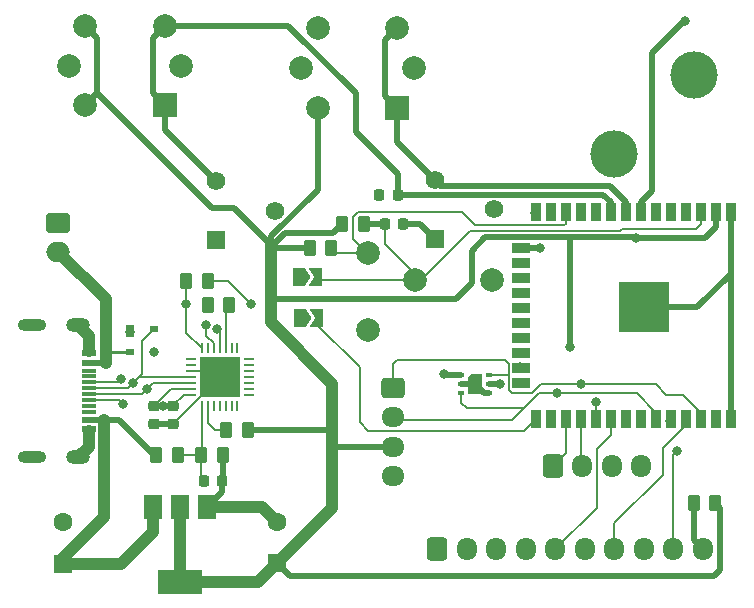
<source format=gbr>
%TF.GenerationSoftware,KiCad,Pcbnew,7.0.10-7.0.10~ubuntu22.04.1*%
%TF.CreationDate,2024-01-09T15:42:02+03:00*%
%TF.ProjectId,air-detector,6169722d-6465-4746-9563-746f722e6b69,rev?*%
%TF.SameCoordinates,Original*%
%TF.FileFunction,Copper,L1,Top*%
%TF.FilePolarity,Positive*%
%FSLAX46Y46*%
G04 Gerber Fmt 4.6, Leading zero omitted, Abs format (unit mm)*
G04 Created by KiCad (PCBNEW 7.0.10-7.0.10~ubuntu22.04.1) date 2024-01-09 15:42:02*
%MOMM*%
%LPD*%
G01*
G04 APERTURE LIST*
G04 Aperture macros list*
%AMRoundRect*
0 Rectangle with rounded corners*
0 $1 Rounding radius*
0 $2 $3 $4 $5 $6 $7 $8 $9 X,Y pos of 4 corners*
0 Add a 4 corners polygon primitive as box body*
4,1,4,$2,$3,$4,$5,$6,$7,$8,$9,$2,$3,0*
0 Add four circle primitives for the rounded corners*
1,1,$1+$1,$2,$3*
1,1,$1+$1,$4,$5*
1,1,$1+$1,$6,$7*
1,1,$1+$1,$8,$9*
0 Add four rect primitives between the rounded corners*
20,1,$1+$1,$2,$3,$4,$5,0*
20,1,$1+$1,$4,$5,$6,$7,0*
20,1,$1+$1,$6,$7,$8,$9,0*
20,1,$1+$1,$8,$9,$2,$3,0*%
%AMFreePoly0*
4,1,6,1.000000,0.000000,0.500000,-0.750000,-0.500000,-0.750000,-0.500000,0.750000,0.500000,0.750000,1.000000,0.000000,1.000000,0.000000,$1*%
%AMFreePoly1*
4,1,6,0.500000,-0.750000,-0.650000,-0.750000,-0.150000,0.000000,-0.650000,0.750000,0.500000,0.750000,0.500000,-0.750000,0.500000,-0.750000,$1*%
%AMFreePoly2*
4,1,15,-0.324998,0.855000,0.625000,0.855000,0.628536,0.853536,0.630000,0.850000,0.630000,-0.850000,0.628536,-0.853536,0.625000,-0.855000,-0.625000,-0.855000,-0.628536,-0.853536,-0.630000,-0.850000,-0.630001,0.550000,-0.628536,0.553536,-0.328536,0.853536,-0.325000,0.855001,-0.324998,0.855000,-0.324998,0.855000,$1*%
G04 Aperture macros list end*
%TA.AperFunction,ComponentPad*%
%ADD10C,4.000000*%
%TD*%
%TA.AperFunction,SMDPad,CuDef*%
%ADD11RoundRect,0.250000X-0.262500X-0.450000X0.262500X-0.450000X0.262500X0.450000X-0.262500X0.450000X0*%
%TD*%
%TA.AperFunction,ComponentPad*%
%ADD12R,1.560000X1.560000*%
%TD*%
%TA.AperFunction,ComponentPad*%
%ADD13C,1.560000*%
%TD*%
%TA.AperFunction,SMDPad,CuDef*%
%ADD14RoundRect,0.062500X-0.337500X-0.062500X0.337500X-0.062500X0.337500X0.062500X-0.337500X0.062500X0*%
%TD*%
%TA.AperFunction,SMDPad,CuDef*%
%ADD15RoundRect,0.062500X-0.062500X-0.337500X0.062500X-0.337500X0.062500X0.337500X-0.062500X0.337500X0*%
%TD*%
%TA.AperFunction,SMDPad,CuDef*%
%ADD16R,3.350000X3.350000*%
%TD*%
%TA.AperFunction,ComponentPad*%
%ADD17RoundRect,0.250000X-0.600000X-0.725000X0.600000X-0.725000X0.600000X0.725000X-0.600000X0.725000X0*%
%TD*%
%TA.AperFunction,ComponentPad*%
%ADD18O,1.700000X1.950000*%
%TD*%
%TA.AperFunction,ComponentPad*%
%ADD19C,2.000000*%
%TD*%
%TA.AperFunction,SMDPad,CuDef*%
%ADD20RoundRect,0.225000X-0.225000X-0.250000X0.225000X-0.250000X0.225000X0.250000X-0.225000X0.250000X0*%
%TD*%
%TA.AperFunction,ComponentPad*%
%ADD21R,2.000000X2.000000*%
%TD*%
%TA.AperFunction,SMDPad,CuDef*%
%ADD22R,1.160000X0.600000*%
%TD*%
%TA.AperFunction,SMDPad,CuDef*%
%ADD23R,1.160000X0.300000*%
%TD*%
%TA.AperFunction,ComponentPad*%
%ADD24O,2.000000X1.200000*%
%TD*%
%TA.AperFunction,ComponentPad*%
%ADD25O,2.400000X1.000000*%
%TD*%
%TA.AperFunction,SMDPad,CuDef*%
%ADD26FreePoly0,0.000000*%
%TD*%
%TA.AperFunction,SMDPad,CuDef*%
%ADD27FreePoly1,0.000000*%
%TD*%
%TA.AperFunction,SMDPad,CuDef*%
%ADD28R,0.900000X1.500000*%
%TD*%
%TA.AperFunction,SMDPad,CuDef*%
%ADD29R,1.500000X0.900000*%
%TD*%
%TA.AperFunction,SMDPad,CuDef*%
%ADD30R,1.050000X1.050000*%
%TD*%
%TA.AperFunction,HeatsinkPad*%
%ADD31C,0.600000*%
%TD*%
%TA.AperFunction,SMDPad,CuDef*%
%ADD32R,4.200000X4.200000*%
%TD*%
%TA.AperFunction,SMDPad,CuDef*%
%ADD33RoundRect,0.225000X-0.250000X0.225000X-0.250000X-0.225000X0.250000X-0.225000X0.250000X0.225000X0*%
%TD*%
%TA.AperFunction,SMDPad,CuDef*%
%ADD34R,0.550000X0.400000*%
%TD*%
%TA.AperFunction,SMDPad,CuDef*%
%ADD35FreePoly2,0.000000*%
%TD*%
%TA.AperFunction,ComponentPad*%
%ADD36RoundRect,0.250000X-0.725000X0.600000X-0.725000X-0.600000X0.725000X-0.600000X0.725000X0.600000X0*%
%TD*%
%TA.AperFunction,ComponentPad*%
%ADD37O,1.950000X1.700000*%
%TD*%
%TA.AperFunction,ComponentPad*%
%ADD38RoundRect,0.250000X-0.750000X0.600000X-0.750000X-0.600000X0.750000X-0.600000X0.750000X0.600000X0*%
%TD*%
%TA.AperFunction,ComponentPad*%
%ADD39O,2.000000X1.700000*%
%TD*%
%TA.AperFunction,ComponentPad*%
%ADD40R,1.600000X1.600000*%
%TD*%
%TA.AperFunction,ComponentPad*%
%ADD41C,1.600000*%
%TD*%
%TA.AperFunction,SMDPad,CuDef*%
%ADD42R,1.500000X2.000000*%
%TD*%
%TA.AperFunction,SMDPad,CuDef*%
%ADD43R,3.800000X2.000000*%
%TD*%
%TA.AperFunction,SMDPad,CuDef*%
%ADD44R,0.700000X1.000000*%
%TD*%
%TA.AperFunction,SMDPad,CuDef*%
%ADD45R,0.700000X0.600000*%
%TD*%
%TA.AperFunction,SMDPad,CuDef*%
%ADD46RoundRect,0.250000X0.262500X0.450000X-0.262500X0.450000X-0.262500X-0.450000X0.262500X-0.450000X0*%
%TD*%
%TA.AperFunction,ViaPad*%
%ADD47C,0.800000*%
%TD*%
%TA.AperFunction,Conductor*%
%ADD48C,0.500000*%
%TD*%
%TA.AperFunction,Conductor*%
%ADD49C,0.200000*%
%TD*%
%TA.AperFunction,Conductor*%
%ADD50C,1.000000*%
%TD*%
%TA.AperFunction,Conductor*%
%ADD51C,0.250000*%
%TD*%
G04 APERTURE END LIST*
D10*
%TO.P,U2,2,OUT*%
%TO.N,Net-(U2-OUT)*%
X216400000Y-54350000D03*
%TO.P,U2,3,GND*%
%TO.N,/core/GND*%
X223150000Y-47600000D03*
%TD*%
D11*
%TO.P,R5,1*%
%TO.N,Net-(Q1-E)*%
X180161500Y-65078500D03*
%TO.P,R5,2*%
%TO.N,Net-(Q2-B)*%
X181986500Y-65078500D03*
%TD*%
D12*
%TO.P,RV1,1,1*%
%TO.N,/core/GND*%
X201184000Y-61516000D03*
D13*
%TO.P,RV1,2,2*%
X206184000Y-59016000D03*
%TO.P,RV1,3,3*%
%TO.N,/board1/CO*%
X201184000Y-56516000D03*
%TD*%
D11*
%TO.P,R30,1*%
%TO.N,Net-(J5-Pin_10)*%
X223111500Y-83866000D03*
%TO.P,R30,2*%
%TO.N,/board1/+3V3*%
X224936500Y-83866000D03*
%TD*%
D14*
%TO.P,U1,1,~{DCD}*%
%TO.N,unconnected-(U1-~{DCD}-Pad1)*%
X180535800Y-71715200D03*
%TO.P,U1,2,~{RI}/CLK*%
%TO.N,unconnected-(U1-~{RI}{slash}CLK-Pad2)*%
X180535800Y-72215200D03*
%TO.P,U1,3,GND*%
%TO.N,/core/GND*%
X180535800Y-72715200D03*
%TO.P,U1,4,D+*%
%TO.N,/core/D+*%
X180535800Y-73215200D03*
%TO.P,U1,5,D-*%
%TO.N,/core/D-*%
X180535800Y-73715200D03*
%TO.P,U1,6,VDD*%
%TO.N,/board1/+3V3*%
X180535800Y-74215200D03*
%TO.P,U1,7,VREGIN*%
X180535800Y-74715200D03*
D15*
%TO.P,U1,8,VBUS*%
%TO.N,Net-(U1-VBUS)*%
X181485800Y-75665200D03*
%TO.P,U1,9,~{RST}*%
%TO.N,Net-(U1-~{RST})*%
X181985800Y-75665200D03*
%TO.P,U1,10,NC*%
%TO.N,unconnected-(U1-NC-Pad10)*%
X182485800Y-75665200D03*
%TO.P,U1,11,~{SUSPEND}*%
%TO.N,unconnected-(U1-~{SUSPEND}-Pad11)*%
X182985800Y-75665200D03*
%TO.P,U1,12,SUSPEND*%
%TO.N,unconnected-(U1-SUSPEND-Pad12)*%
X183485800Y-75665200D03*
%TO.P,U1,13,CHREN*%
%TO.N,unconnected-(U1-CHREN-Pad13)*%
X183985800Y-75665200D03*
%TO.P,U1,14,CHR1*%
%TO.N,unconnected-(U1-CHR1-Pad14)*%
X184485800Y-75665200D03*
D14*
%TO.P,U1,15,CHR0*%
%TO.N,unconnected-(U1-CHR0-Pad15)*%
X185435800Y-74715200D03*
%TO.P,U1,16,~{WAKEUP}/GPIO.3*%
%TO.N,unconnected-(U1-~{WAKEUP}{slash}GPIO.3-Pad16)*%
X185435800Y-74215200D03*
%TO.P,U1,17,RS485/GPIO.2*%
%TO.N,unconnected-(U1-RS485{slash}GPIO.2-Pad17)*%
X185435800Y-73715200D03*
%TO.P,U1,18,~{RXT}/GPIO.1*%
%TO.N,unconnected-(U1-~{RXT}{slash}GPIO.1-Pad18)*%
X185435800Y-73215200D03*
%TO.P,U1,19,~{TXT}/GPIO.0*%
%TO.N,unconnected-(U1-~{TXT}{slash}GPIO.0-Pad19)*%
X185435800Y-72715200D03*
%TO.P,U1,20,GPIO.6*%
%TO.N,unconnected-(U1-GPIO.6-Pad20)*%
X185435800Y-72215200D03*
%TO.P,U1,21,GPIO.5*%
%TO.N,unconnected-(U1-GPIO.5-Pad21)*%
X185435800Y-71715200D03*
D15*
%TO.P,U1,22,GPIO.4*%
%TO.N,unconnected-(U1-GPIO.4-Pad22)*%
X184485800Y-70765200D03*
%TO.P,U1,23,~{CTS}*%
%TO.N,unconnected-(U1-~{CTS}-Pad23)*%
X183985800Y-70765200D03*
%TO.P,U1,24,~{RTS}*%
%TO.N,Net-(Q2-E)*%
X183485800Y-70765200D03*
%TO.P,U1,25,RXD*%
%TO.N,/board1/RXD_3V3*%
X182985800Y-70765200D03*
%TO.P,U1,26,TXD*%
%TO.N,/board1/TXD_3V3*%
X182485800Y-70765200D03*
%TO.P,U1,27,~{DSR}*%
%TO.N,unconnected-(U1-~{DSR}-Pad27)*%
X181985800Y-70765200D03*
%TO.P,U1,28,~{DTR}*%
%TO.N,Net-(Q1-E)*%
X181485800Y-70765200D03*
D16*
%TO.P,U1,29,GND*%
%TO.N,/core/GND*%
X182985800Y-73215200D03*
%TD*%
D17*
%TO.P,J11,1,Pin_1*%
%TO.N,/board1/TXD_2_3V3*%
X211174000Y-80741000D03*
D18*
%TO.P,J11,2,Pin_2*%
%TO.N,/board1/RXD_2_3V3*%
X213674000Y-80741000D03*
%TO.P,J11,3,Pin_3*%
%TO.N,/board1/+5V*%
X216174000Y-80741000D03*
%TO.P,J11,4,Pin_4*%
%TO.N,/core/GND*%
X218674000Y-80741000D03*
%TD*%
D19*
%TO.P,SW1,1,1*%
%TO.N,/core/GND*%
X206000000Y-65000000D03*
%TO.P,SW1,2,2*%
%TO.N,/core/ESP32_ENABLE*%
X199500000Y-65000000D03*
%TD*%
D20*
%TO.P,C26,1*%
%TO.N,/core/GND*%
X196500000Y-57800000D03*
%TO.P,C26,2*%
%TO.N,/board1/H2S*%
X198050000Y-57800000D03*
%TD*%
D21*
%TO.P,U12,1,B1*%
%TO.N,/board1/H2S*%
X178320000Y-50200000D03*
D19*
%TO.P,U12,2,VH+*%
%TO.N,/board1/+5V*%
X179710000Y-46840000D03*
%TO.P,U12,3,B2*%
%TO.N,/board1/H2S*%
X178320000Y-43480000D03*
%TO.P,U12,4,A2*%
%TO.N,/board1/+3V3*%
X171600000Y-43480000D03*
%TO.P,U12,5,VH-*%
%TO.N,/core/GND*%
X170210000Y-46840000D03*
%TO.P,U12,6,A1*%
%TO.N,/board1/+3V3*%
X171600000Y-50200000D03*
%TD*%
D22*
%TO.P,J1,A1,GND*%
%TO.N,/core/GND*%
X171910000Y-71209000D03*
%TO.P,J1,A4,VBUS*%
%TO.N,/board1/+5V*%
X171910000Y-72009000D03*
D23*
%TO.P,J1,A5,CC1*%
%TO.N,unconnected-(J1-CC1-PadA5)*%
X171910000Y-73159000D03*
%TO.P,J1,A6,D+*%
%TO.N,/core/D+*%
X171910000Y-74159000D03*
%TO.P,J1,A7,D-*%
%TO.N,/core/D-*%
X171910000Y-74659000D03*
%TO.P,J1,A8,SBU1*%
%TO.N,unconnected-(J1-SBU1-PadA8)*%
X171910000Y-75659000D03*
D22*
%TO.P,J1,A9,VBUS*%
%TO.N,/board1/+5V*%
X171910000Y-76809000D03*
%TO.P,J1,A12,GND*%
%TO.N,/core/GND*%
X171910000Y-77609000D03*
%TO.P,J1,B1,GND*%
X171910000Y-77609000D03*
%TO.P,J1,B4,VBUS*%
%TO.N,/board1/+5V*%
X171910000Y-76809000D03*
D23*
%TO.P,J1,B5,CC2*%
%TO.N,unconnected-(J1-CC2-PadB5)*%
X171910000Y-76159000D03*
%TO.P,J1,B6,D+*%
%TO.N,/core/D+*%
X171910000Y-75159000D03*
%TO.P,J1,B7,D-*%
%TO.N,/core/D-*%
X171910000Y-73659000D03*
%TO.P,J1,B8,SBU2*%
%TO.N,unconnected-(J1-SBU2-PadB8)*%
X171910000Y-72659000D03*
D22*
%TO.P,J1,B9,VBUS*%
%TO.N,/board1/+5V*%
X171910000Y-72009000D03*
%TO.P,J1,B12,GND*%
%TO.N,/core/GND*%
X171910000Y-71209000D03*
D24*
%TO.P,J1,S1,SHIELD*%
X171025000Y-68809000D03*
D25*
X167100000Y-68809000D03*
D24*
X171025000Y-80009000D03*
D25*
X167100000Y-80009000D03*
%TD*%
D21*
%TO.P,U5,1,B1*%
%TO.N,/board1/CO*%
X198000000Y-50400000D03*
D19*
%TO.P,U5,2,VH+*%
%TO.N,/board1/+5V*%
X199390000Y-47040000D03*
%TO.P,U5,3,B2*%
%TO.N,/board1/CO*%
X198000000Y-43680000D03*
%TO.P,U5,4,A2*%
%TO.N,/board1/+3V3*%
X191280000Y-43680000D03*
%TO.P,U5,5,VH-*%
%TO.N,/core/GND*%
X189890000Y-47040000D03*
%TO.P,U5,6,A1*%
%TO.N,/board1/+3V3*%
X191280000Y-50400000D03*
%TD*%
D11*
%TO.P,R1,1*%
%TO.N,/board1/+5V*%
X177611500Y-79816000D03*
%TO.P,R1,2*%
%TO.N,Net-(U1-VBUS)*%
X179436500Y-79816000D03*
%TD*%
%TO.P,R15,1*%
%TO.N,/board1/+3V3*%
X193337500Y-60250000D03*
%TO.P,R15,2*%
%TO.N,/core/ESP32_ENABLE*%
X195162500Y-60250000D03*
%TD*%
D12*
%TO.P,RV3,1,1*%
%TO.N,/core/GND*%
X182625400Y-61618200D03*
D13*
%TO.P,RV3,2,2*%
X187625400Y-59118200D03*
%TO.P,RV3,3,3*%
%TO.N,/board1/H2S*%
X182625400Y-56618200D03*
%TD*%
D20*
%TO.P,C1,1*%
%TO.N,Net-(U1-VBUS)*%
X181649000Y-82016000D03*
%TO.P,C1,2*%
%TO.N,/core/GND*%
X183199000Y-82016000D03*
%TD*%
D26*
%TO.P,JP2,1,A*%
%TO.N,Net-(JP2-A)*%
X189699000Y-64716000D03*
D27*
%TO.P,JP2,2,B*%
%TO.N,/core/ESP32_ENABLE*%
X191149000Y-64716000D03*
%TD*%
D19*
%TO.P,SW3,1,1*%
%TO.N,/core/GND*%
X195500000Y-69250000D03*
%TO.P,SW3,2,2*%
%TO.N,/core/CALIBRATE_BUTTON*%
X195500000Y-62750000D03*
%TD*%
D28*
%TO.P,U8,1,GND*%
%TO.N,/core/GND*%
X226250000Y-59250000D03*
%TO.P,U8,2,VDD*%
%TO.N,/board1/+3V3*%
X224980000Y-59250000D03*
%TO.P,U8,3,EN*%
%TO.N,/core/ESP32_ENABLE*%
X223710000Y-59250000D03*
%TO.P,U8,4,SENSOR_VP*%
%TO.N,unconnected-(U8-SENSOR_VP-Pad4)*%
X222440000Y-59250000D03*
%TO.P,U8,5,SENSOR_VN*%
%TO.N,unconnected-(U8-SENSOR_VN-Pad5)*%
X221170000Y-59250000D03*
%TO.P,U8,6,IO34*%
%TO.N,/core/LIGHT*%
X219900000Y-59250000D03*
%TO.P,U8,7,IO35*%
%TO.N,/board1/O2*%
X218630000Y-59250000D03*
%TO.P,U8,8,IO32*%
%TO.N,/board1/CO*%
X217360000Y-59250000D03*
%TO.P,U8,9,IO33*%
%TO.N,/board1/H2S*%
X216090000Y-59250000D03*
%TO.P,U8,10,IO25*%
%TO.N,/core/EXT_FAN_ENABLE*%
X214820000Y-59250000D03*
%TO.P,U8,11,IO26*%
%TO.N,/core/FAN_ENABLE*%
X213550000Y-59250000D03*
%TO.P,U8,12,IO27*%
%TO.N,/core/CALIBRATE_BUTTON*%
X212280000Y-59250000D03*
%TO.P,U8,13,IO14*%
%TO.N,unconnected-(U8-IO14-Pad13)*%
X211010000Y-59250000D03*
%TO.P,U8,14,IO12*%
%TO.N,Net-(U8-IO12)*%
X209740000Y-59250000D03*
D29*
%TO.P,U8,15,GND*%
%TO.N,/core/GND*%
X208490000Y-62290000D03*
%TO.P,U8,16,IO13*%
%TO.N,unconnected-(U8-IO13-Pad16)*%
X208490000Y-63560000D03*
%TO.P,U8,17,SHD/SD2*%
%TO.N,unconnected-(U8-SHD{slash}SD2-Pad17)*%
X208490000Y-64830000D03*
%TO.P,U8,18,SWP/SD3*%
%TO.N,unconnected-(U8-SWP{slash}SD3-Pad18)*%
X208490000Y-66100000D03*
%TO.P,U8,19,SCS/CMD*%
%TO.N,unconnected-(U8-SCS{slash}CMD-Pad19)*%
X208490000Y-67370000D03*
%TO.P,U8,20,SCK/CLK*%
%TO.N,unconnected-(U8-SCK{slash}CLK-Pad20)*%
X208490000Y-68640000D03*
%TO.P,U8,21,SDO/SD0*%
%TO.N,unconnected-(U8-SDO{slash}SD0-Pad21)*%
X208490000Y-69910000D03*
%TO.P,U8,22,SDI/SD1*%
%TO.N,unconnected-(U8-SDI{slash}SD1-Pad22)*%
X208490000Y-71180000D03*
%TO.P,U8,23,IO15*%
%TO.N,Net-(U8-IO15)*%
X208490000Y-72450000D03*
%TO.P,U8,24,IO2*%
%TO.N,/core/TOUCH_SENSOR*%
X208490000Y-73720000D03*
D28*
%TO.P,U8,25,IO0*%
%TO.N,/core/ESP32_FLUSH*%
X209740000Y-76750000D03*
%TO.P,U8,26,IO4*%
%TO.N,/core/RGB_CONTROL#*%
X211010000Y-76750000D03*
%TO.P,U8,27,IO16*%
%TO.N,/board1/TXD_2_3V3*%
X212280000Y-76750000D03*
%TO.P,U8,28,IO17*%
%TO.N,/board1/RXD_2_3V3*%
X213550000Y-76750000D03*
%TO.P,U8,29,IO5*%
%TO.N,Net-(U8-IO5)*%
X214820000Y-76750000D03*
%TO.P,U8,30,IO18*%
%TO.N,/board1/PMS7003_ENABLE*%
X216090000Y-76750000D03*
%TO.P,U8,31,IO19*%
%TO.N,unconnected-(U8-IO19-Pad31)*%
X217360000Y-76750000D03*
%TO.P,U8,32,NC*%
%TO.N,unconnected-(U8-NC-Pad32)*%
X218630000Y-76750000D03*
%TO.P,U8,33,IO21*%
%TO.N,/board1/SDA_3V3*%
X219900000Y-76750000D03*
%TO.P,U8,34,RXD0/IO3*%
%TO.N,/board1/TXD_3V3*%
X221170000Y-76750000D03*
%TO.P,U8,35,TXD0/IO1*%
%TO.N,/board1/RXD_3V3*%
X222440000Y-76750000D03*
%TO.P,U8,36,IO22*%
%TO.N,/board1/SCL_3V3*%
X223710000Y-76750000D03*
%TO.P,U8,37,IO23*%
%TO.N,unconnected-(U8-IO23-Pad37)*%
X224980000Y-76750000D03*
%TO.P,U8,38,GND*%
%TO.N,/core/GND*%
X226250000Y-76750000D03*
D30*
%TO.P,U8,39,GND*%
X220435000Y-65795000D03*
D31*
X219672500Y-65795000D03*
D30*
X218910000Y-65795000D03*
D31*
X218147500Y-65795000D03*
D30*
X217385000Y-65795000D03*
D31*
X220435000Y-66557500D03*
X218910000Y-66557500D03*
X217385000Y-66557500D03*
D30*
X220435000Y-67320000D03*
D31*
X219672500Y-67320000D03*
D30*
X218910000Y-67320000D03*
D32*
X218910000Y-67320000D03*
D31*
X218147500Y-67320000D03*
D30*
X217385000Y-67320000D03*
D31*
X220435000Y-68082500D03*
X218910000Y-68082500D03*
X217385000Y-68082500D03*
D30*
X220435000Y-68845000D03*
D31*
X219672500Y-68845000D03*
D30*
X218910000Y-68845000D03*
D31*
X218147500Y-68845000D03*
D30*
X217385000Y-68845000D03*
%TD*%
D17*
%TO.P,J5,1,Pin_1*%
%TO.N,/board1/+5V*%
X201400000Y-87800000D03*
D18*
%TO.P,J5,2,Pin_2*%
X203900000Y-87800000D03*
%TO.P,J5,3,Pin_3*%
%TO.N,/core/GND*%
X206400000Y-87800000D03*
%TO.P,J5,4,Pin_4*%
X208900000Y-87800000D03*
%TO.P,J5,5,Pin_5*%
%TO.N,/board1/PMS7003_ENABLE*%
X211400000Y-87800000D03*
%TO.P,J5,6,Pin_6*%
%TO.N,unconnected-(J5-Pin_6-Pad6)*%
X213900000Y-87800000D03*
%TO.P,J5,7,Pin_7*%
%TO.N,/board1/RXD_3V3*%
X216400000Y-87800000D03*
%TO.P,J5,8,Pin_8*%
%TO.N,unconnected-(J5-Pin_8-Pad8)*%
X218900000Y-87800000D03*
%TO.P,J5,9,Pin_9*%
%TO.N,/board1/TXD_3V3*%
X221400000Y-87800000D03*
%TO.P,J5,10,Pin_10*%
%TO.N,Net-(J5-Pin_10)*%
X223900000Y-87800000D03*
%TD*%
D33*
%TO.P,C3,1*%
%TO.N,/board1/+3V3*%
X179024000Y-75641000D03*
%TO.P,C3,2*%
%TO.N,/core/GND*%
X179024000Y-77191000D03*
%TD*%
D20*
%TO.P,C15,1*%
%TO.N,/core/ESP32_ENABLE*%
X196975000Y-60250000D03*
%TO.P,C15,2*%
%TO.N,/core/GND*%
X198525000Y-60250000D03*
%TD*%
D34*
%TO.P,U11,1,VCC*%
%TO.N,Net-(U11-VCC)*%
X203450000Y-73000000D03*
%TO.P,U11,2,GND1*%
%TO.N,/core/GND*%
X203450000Y-73800000D03*
%TO.P,U11,3,SDA*%
%TO.N,/board1/SDA_3V3*%
X203450000Y-74600000D03*
%TO.P,U11,4,GND2*%
%TO.N,/core/GND*%
X205750000Y-74600000D03*
%TO.P,U11,5,VCC_H*%
%TO.N,/board1/+3V3*%
X205750000Y-73800000D03*
%TO.P,U11,6,SCL*%
%TO.N,/board1/SCL_3V3*%
X205750000Y-73000000D03*
D35*
%TO.P,U11,7,PAD*%
%TO.N,/core/GND*%
X204600000Y-73800000D03*
%TD*%
D11*
%TO.P,R2,1*%
%TO.N,Net-(U1-VBUS)*%
X181431500Y-79816000D03*
%TO.P,R2,2*%
%TO.N,/core/GND*%
X183256500Y-79816000D03*
%TD*%
D33*
%TO.P,C2,1*%
%TO.N,/board1/+3V3*%
X177424000Y-75641000D03*
%TO.P,C2,2*%
%TO.N,/core/GND*%
X177424000Y-77191000D03*
%TD*%
D36*
%TO.P,J8,1,Pin_1*%
%TO.N,/board1/SCL_3V3*%
X197649000Y-74116000D03*
D37*
%TO.P,J8,2,Pin_2*%
%TO.N,/board1/SDA_3V3*%
X197649000Y-76616000D03*
%TO.P,J8,3,Pin_3*%
%TO.N,/board1/+3V3*%
X197649000Y-79116000D03*
%TO.P,J8,4,Pin_4*%
%TO.N,/core/GND*%
X197649000Y-81616000D03*
%TD*%
D38*
%TO.P,J3,1,Pin_1*%
%TO.N,/core/GND*%
X169320600Y-60134200D03*
D39*
%TO.P,J3,2,Pin_2*%
%TO.N,/board1/+5V*%
X169320600Y-62634200D03*
%TD*%
D26*
%TO.P,JP1,1,A*%
%TO.N,Net-(JP1-A)*%
X189775000Y-68200000D03*
D27*
%TO.P,JP1,2,B*%
%TO.N,/core/ESP32_FLUSH*%
X191225000Y-68200000D03*
%TD*%
D40*
%TO.P,C11,1*%
%TO.N,/board1/+3V3*%
X187824000Y-88968651D03*
D41*
%TO.P,C11,2*%
%TO.N,/core/GND*%
X187824000Y-85468651D03*
%TD*%
D42*
%TO.P,U4,1,GND*%
%TO.N,/core/GND*%
X181908800Y-84238400D03*
%TO.P,U4,2,VO*%
%TO.N,/board1/+3V3*%
X179608800Y-84238400D03*
D43*
X179608800Y-90538400D03*
D42*
%TO.P,U4,3,VI*%
%TO.N,/board1/+5V*%
X177308800Y-84238400D03*
%TD*%
D11*
%TO.P,R14,1*%
%TO.N,/board1/+3V3*%
X190587500Y-62250000D03*
%TO.P,R14,2*%
%TO.N,/core/CALIBRATE_BUTTON*%
X192412500Y-62250000D03*
%TD*%
D44*
%TO.P,D8,1,A*%
%TO.N,/core/GND*%
X175400000Y-69350000D03*
D45*
%TO.P,D8,2,K*%
%TO.N,/board1/+5V*%
X175400000Y-71050000D03*
%TO.P,D8,3,K*%
%TO.N,/core/D-*%
X177400000Y-71050000D03*
%TO.P,D8,4,K*%
%TO.N,/core/D+*%
X177400000Y-69150000D03*
%TD*%
D40*
%TO.P,C4,1*%
%TO.N,/board1/+5V*%
X169724000Y-89000000D03*
D41*
%TO.P,C4,2*%
%TO.N,/core/GND*%
X169724000Y-85500000D03*
%TD*%
D11*
%TO.P,R3,1*%
%TO.N,Net-(U1-~{RST})*%
X183511500Y-77716000D03*
%TO.P,R3,2*%
%TO.N,/board1/+3V3*%
X185336500Y-77716000D03*
%TD*%
D46*
%TO.P,R4,1*%
%TO.N,Net-(Q2-E)*%
X183786500Y-67078500D03*
%TO.P,R4,2*%
%TO.N,Net-(Q1-B)*%
X181961500Y-67078500D03*
%TD*%
D47*
%TO.N,/board1/O2*%
X222400000Y-43100000D03*
%TO.N,Net-(U8-IO5)*%
X214800000Y-75299500D03*
%TO.N,Net-(U8-IO12)*%
X209700000Y-59300000D03*
%TO.N,/core/GND*%
X210124000Y-62316000D03*
X182924000Y-73216000D03*
X196500000Y-57800000D03*
X204600000Y-73800000D03*
X175400000Y-69400000D03*
%TO.N,/board1/+3V3*%
X212600000Y-70700000D03*
X206700000Y-73800000D03*
X218224000Y-61416000D03*
X189816525Y-71073475D03*
X178200000Y-75641000D03*
%TO.N,/board1/+5V*%
X173324000Y-72016000D03*
X173224000Y-76816000D03*
%TO.N,Net-(U11-VCC)*%
X202000000Y-72916000D03*
%TO.N,/core/D-*%
X177400000Y-71100000D03*
X176824000Y-74216000D03*
X174600000Y-73416000D03*
%TO.N,/core/D+*%
X174800000Y-75516000D03*
X175624000Y-73716000D03*
%TO.N,/board1/RXD_3V3*%
X222500000Y-76800000D03*
X182786300Y-69116000D03*
%TO.N,/board1/TXD_3V3*%
X221100000Y-76900000D03*
X181832902Y-68815936D03*
X221700000Y-79500000D03*
%TO.N,/board1/SCL_3V3*%
X213600000Y-73800000D03*
%TO.N,/board1/SDA_3V3*%
X211500000Y-74600000D03*
%TO.N,Net-(JP1-A)*%
X189775000Y-68200000D03*
%TO.N,Net-(JP2-A)*%
X189699000Y-64716000D03*
%TO.N,Net-(Q1-B)*%
X182024000Y-67016000D03*
%TO.N,Net-(Q1-E)*%
X180124000Y-67016000D03*
%TO.N,Net-(Q2-B)*%
X185624000Y-67016000D03*
%TO.N,Net-(Q2-E)*%
X183724000Y-67016000D03*
%TO.N,Net-(U8-IO15)*%
X208400000Y-72400000D03*
%TD*%
D48*
%TO.N,/board1/O2*%
X219600000Y-45800000D02*
X222400000Y-43000000D01*
X219600000Y-57450000D02*
X219600000Y-45800000D01*
D49*
%TO.N,/core/CALIBRATE_BUTTON*%
X194672183Y-59250000D02*
X203500000Y-59250000D01*
X194672183Y-59250000D02*
X194250000Y-59672183D01*
X192912500Y-62750000D02*
X195500000Y-62750000D01*
X192412500Y-62250000D02*
X192912500Y-62750000D01*
X194250000Y-61500000D02*
X195500000Y-62750000D01*
X194250000Y-59672183D02*
X194250000Y-61500000D01*
X212280000Y-60220000D02*
X212150000Y-60350000D01*
X212280000Y-59250000D02*
X212280000Y-60220000D01*
X204600000Y-60350000D02*
X203500000Y-59250000D01*
X212150000Y-60350000D02*
X204600000Y-60350000D01*
%TO.N,Net-(U8-IO5)*%
X214800000Y-75299500D02*
X214800000Y-76200000D01*
%TO.N,Net-(U1-VBUS)*%
X181431500Y-79816000D02*
X179436500Y-79816000D01*
X181485800Y-75665200D02*
X181485800Y-79761700D01*
X181431500Y-79816000D02*
X181431500Y-81798500D01*
D48*
%TO.N,/core/GND*%
X210024000Y-62316000D02*
X210124000Y-62316000D01*
X199918000Y-60250000D02*
X201184000Y-61516000D01*
D50*
X171025000Y-68809000D02*
X171910000Y-69694000D01*
D48*
X226250000Y-64490000D02*
X223420000Y-67320000D01*
D50*
X171025000Y-80009000D02*
X171910000Y-79124000D01*
D48*
X208490000Y-62290000D02*
X209998000Y-62290000D01*
X226250000Y-76750000D02*
X226250000Y-64490000D01*
X223420000Y-67320000D02*
X218910000Y-67320000D01*
D50*
X181908800Y-84238400D02*
X186593749Y-84238400D01*
D48*
X226250000Y-59250000D02*
X226250000Y-64490000D01*
X183199000Y-82948200D02*
X181908800Y-84238400D01*
X205400000Y-74600000D02*
X204600000Y-73800000D01*
D49*
X179024000Y-77177000D02*
X182985800Y-73215200D01*
D48*
X183256500Y-79816000D02*
X183256500Y-81958500D01*
X209998000Y-62290000D02*
X210024000Y-62316000D01*
X203450000Y-73800000D02*
X204600000Y-73800000D01*
D50*
X186593749Y-84238400D02*
X187824000Y-85468651D01*
D48*
X205750000Y-74600000D02*
X205400000Y-74600000D01*
X177424000Y-77191000D02*
X179024000Y-77191000D01*
X210124000Y-62416000D02*
X210024000Y-62316000D01*
X210124000Y-62316000D02*
X210124000Y-62416000D01*
X183199000Y-82016000D02*
X183199000Y-82948200D01*
D50*
X171910000Y-79124000D02*
X171910000Y-77809000D01*
D49*
X180535800Y-72715200D02*
X182485800Y-72715200D01*
D48*
X198525000Y-60250000D02*
X199918000Y-60250000D01*
D50*
X171910000Y-69694000D02*
X171910000Y-71009000D01*
D48*
%TO.N,/board1/+3V3*%
X188500000Y-61000000D02*
X187484000Y-62016000D01*
X185424000Y-77716000D02*
X192524000Y-77716000D01*
X172600000Y-44480000D02*
X172600000Y-49200000D01*
D49*
X180535800Y-74215200D02*
X178849800Y-74215200D01*
D48*
X182324000Y-58916000D02*
X172600000Y-49192000D01*
D50*
X187824000Y-88968651D02*
X186254251Y-90538400D01*
X192524000Y-77716000D02*
X192524000Y-73780950D01*
X192524000Y-73780950D02*
X187324000Y-68580950D01*
D48*
X187424000Y-66566000D02*
X202974000Y-66566000D01*
X187324000Y-62016000D02*
X187324000Y-61301000D01*
X205750000Y-73800000D02*
X206700000Y-73800000D01*
X218198000Y-61390000D02*
X218224000Y-61416000D01*
D50*
X192524000Y-84316000D02*
X192524000Y-79266000D01*
D48*
X187558000Y-62250000D02*
X187324000Y-62016000D01*
X187324000Y-62016000D02*
X184224000Y-58916000D01*
X177424000Y-75641000D02*
X179024000Y-75641000D01*
X225374000Y-89526000D02*
X225374000Y-84303500D01*
X224980000Y-60500000D02*
X224980000Y-59250000D01*
D50*
X187324000Y-68580950D02*
X187324000Y-62016000D01*
D48*
X224834000Y-90066000D02*
X225374000Y-89526000D01*
X192524000Y-79266000D02*
X192674000Y-79116000D01*
D50*
X186254251Y-90538400D02*
X179608800Y-90538400D01*
D48*
X192674000Y-79116000D02*
X197649000Y-79116000D01*
X187324000Y-61301000D02*
X191280000Y-57345000D01*
D49*
X180535800Y-74715200D02*
X179949800Y-74715200D01*
D48*
X193337500Y-60250000D02*
X192587500Y-61000000D01*
D49*
X178849800Y-74215200D02*
X177424000Y-75641000D01*
D48*
X212600000Y-61490000D02*
X212600000Y-70600000D01*
X204324000Y-65216000D02*
X204324000Y-62516000D01*
X218224000Y-61416000D02*
X224064000Y-61416000D01*
D50*
X192524000Y-79266000D02*
X192524000Y-77716000D01*
D48*
X204324000Y-62516000D02*
X205450000Y-61390000D01*
X187824000Y-88968651D02*
X188921349Y-90066000D01*
X202974000Y-66566000D02*
X204324000Y-65216000D01*
X190587500Y-62250000D02*
X187558000Y-62250000D01*
X187484000Y-62016000D02*
X187324000Y-62016000D01*
X192587500Y-61000000D02*
X188500000Y-61000000D01*
D50*
X179608800Y-84238400D02*
X179608800Y-90538400D01*
D49*
X179949800Y-74715200D02*
X179049000Y-75616000D01*
D48*
X225374000Y-84303500D02*
X224936500Y-83866000D01*
X172600000Y-49200000D02*
X171600000Y-50200000D01*
X212800000Y-61390000D02*
X218198000Y-61390000D01*
D50*
X187871349Y-88968651D02*
X192524000Y-84316000D01*
D48*
X184224000Y-58916000D02*
X182324000Y-58916000D01*
X191280000Y-57345000D02*
X191280000Y-50400000D01*
X224064000Y-61416000D02*
X224980000Y-60500000D01*
X205450000Y-61390000D02*
X212800000Y-61390000D01*
X188921349Y-90066000D02*
X224834000Y-90066000D01*
X187324000Y-66666000D02*
X187424000Y-66566000D01*
X171600000Y-43480000D02*
X172600000Y-44480000D01*
D50*
%TO.N,/board1/+5V*%
X174600000Y-89000000D02*
X177308800Y-86291200D01*
X173324000Y-66637600D02*
X169320600Y-62634200D01*
D48*
X174416000Y-76816000D02*
X177416000Y-79816000D01*
D50*
X169724000Y-89000000D02*
X174600000Y-89000000D01*
D48*
X173317000Y-72009000D02*
X173324000Y-72016000D01*
X173224000Y-76816000D02*
X174416000Y-76816000D01*
D50*
X173324000Y-72016000D02*
X173324000Y-71000000D01*
X177308800Y-86291200D02*
X177308800Y-84238400D01*
D51*
X175400000Y-71050000D02*
X173374000Y-71050000D01*
X173374000Y-71050000D02*
X173324000Y-71000000D01*
D48*
X173224000Y-76816000D02*
X173217000Y-76809000D01*
X173217000Y-76809000D02*
X171910000Y-76809000D01*
D50*
X173224000Y-76816000D02*
X173224000Y-85068651D01*
X173224000Y-85068651D02*
X169724000Y-88568651D01*
X169724000Y-88568651D02*
X169724000Y-89000000D01*
X173324000Y-71000000D02*
X173324000Y-66637600D01*
D48*
X171910000Y-72009000D02*
X173317000Y-72009000D01*
%TO.N,/board1/CO*%
X197000000Y-49400000D02*
X198000000Y-50400000D01*
X216000000Y-57000000D02*
X201668000Y-57000000D01*
X198000000Y-43680000D02*
X197000000Y-44680000D01*
X217360000Y-58360000D02*
X216000000Y-57000000D01*
X198000000Y-50400000D02*
X198000000Y-53332000D01*
X198000000Y-53332000D02*
X201184000Y-56516000D01*
X197000000Y-44680000D02*
X197000000Y-49400000D01*
X217360000Y-59250000D02*
X217360000Y-58360000D01*
X201668000Y-57000000D02*
X201184000Y-56516000D01*
D49*
%TO.N,/core/ESP32_ENABLE*%
X196975000Y-60250000D02*
X196975000Y-61975000D01*
X216910000Y-60840000D02*
X204176000Y-60840000D01*
X217034000Y-60716000D02*
X216910000Y-60840000D01*
X204176000Y-60840000D02*
X200016000Y-65000000D01*
X191433000Y-65000000D02*
X199500000Y-65000000D01*
X196975000Y-61975000D02*
X199500000Y-64500000D01*
D48*
X195162500Y-60250000D02*
X196975000Y-60250000D01*
D49*
X223710000Y-60290000D02*
X223284000Y-60716000D01*
X223710000Y-59250000D02*
X223710000Y-60290000D01*
X223284000Y-60716000D02*
X217034000Y-60716000D01*
D48*
%TO.N,Net-(U11-VCC)*%
X203450000Y-73000000D02*
X202084000Y-73000000D01*
X202084000Y-73000000D02*
X202000000Y-72916000D01*
%TO.N,/board1/H2S*%
X216090000Y-59250000D02*
X216090000Y-58420000D01*
X194500000Y-49200000D02*
X188780000Y-43480000D01*
X178320000Y-43480000D02*
X177320000Y-44480000D01*
X178320000Y-52312800D02*
X182625400Y-56618200D01*
X188780000Y-43480000D02*
X178320000Y-43480000D01*
X177320000Y-49200000D02*
X178320000Y-50200000D01*
X198050000Y-57800000D02*
X198050000Y-56050000D01*
X205660517Y-57800000D02*
X198050000Y-57800000D01*
X215456000Y-57786000D02*
X205674517Y-57786000D01*
X216090000Y-58420000D02*
X215456000Y-57786000D01*
X198050000Y-56050000D02*
X194500000Y-52500000D01*
X178320000Y-52312800D02*
X178320000Y-50200000D01*
X205674517Y-57786000D02*
X205660517Y-57800000D01*
X194500000Y-52500000D02*
X194500000Y-49200000D01*
X177320000Y-44480000D02*
X177320000Y-49200000D01*
D49*
%TO.N,/core/D-*%
X177324800Y-73715200D02*
X180535800Y-73715200D01*
X174600000Y-73416000D02*
X174357000Y-73659000D01*
X176381000Y-74659000D02*
X176824000Y-74216000D01*
X176824000Y-74216000D02*
X177324800Y-73715200D01*
X171910000Y-74659000D02*
X176381000Y-74659000D01*
X174357000Y-73659000D02*
X171910000Y-73659000D01*
%TO.N,/core/D+*%
X175181000Y-74159000D02*
X175624000Y-73716000D01*
X171910000Y-74159000D02*
X175181000Y-74159000D01*
X176400000Y-72940000D02*
X176400000Y-70150000D01*
X175624000Y-73716000D02*
X176400000Y-72940000D01*
X174443000Y-75159000D02*
X171910000Y-75159000D01*
X176400000Y-70150000D02*
X177400000Y-69150000D01*
X176124800Y-73215200D02*
X180535800Y-73215200D01*
X175624000Y-73716000D02*
X176124800Y-73215200D01*
X174800000Y-75516000D02*
X174443000Y-75159000D01*
%TO.N,/board1/PMS7003_ENABLE*%
X214900000Y-84300000D02*
X211400000Y-87800000D01*
X214900000Y-79300000D02*
X214900000Y-84300000D01*
X216090000Y-78110000D02*
X214900000Y-79300000D01*
X216090000Y-76750000D02*
X216090000Y-78110000D01*
%TO.N,/board1/RXD_3V3*%
X220500000Y-81500000D02*
X220500000Y-79220000D01*
X216400000Y-87800000D02*
X216400000Y-85600000D01*
X182786300Y-69116000D02*
X182985800Y-69315500D01*
X182985800Y-69315500D02*
X182985800Y-70765200D01*
X216400000Y-85600000D02*
X220500000Y-81500000D01*
X220500000Y-79220000D02*
X222440000Y-77280000D01*
%TO.N,/board1/TXD_3V3*%
X181832902Y-68815936D02*
X181832902Y-69699650D01*
X182485800Y-70352548D02*
X182485800Y-70765200D01*
X181832902Y-69699650D02*
X182485800Y-70352548D01*
X221400000Y-87800000D02*
X221400000Y-79800000D01*
X221400000Y-79800000D02*
X221700000Y-79500000D01*
D48*
%TO.N,Net-(J5-Pin_10)*%
X223111500Y-83866000D02*
X223111500Y-87011500D01*
X223111500Y-87011500D02*
X223900000Y-87800000D01*
D49*
%TO.N,/board1/SCL_3V3*%
X207700000Y-74600000D02*
X207440000Y-74340000D01*
X197990000Y-71800000D02*
X197649000Y-72141000D01*
X219900000Y-73800000D02*
X213600000Y-73800000D01*
X210210000Y-73800000D02*
X209410000Y-74600000D01*
X220800000Y-74700000D02*
X222190000Y-74700000D01*
X213600000Y-73800000D02*
X210210000Y-73800000D01*
X207100000Y-71800000D02*
X197990000Y-71800000D01*
X197649000Y-72141000D02*
X197649000Y-74116000D01*
X207440000Y-72940000D02*
X207440000Y-72140000D01*
X220800000Y-74700000D02*
X219900000Y-73800000D01*
X207440000Y-73000000D02*
X207440000Y-72940000D01*
X207440000Y-72140000D02*
X207100000Y-71800000D01*
X209410000Y-74600000D02*
X207700000Y-74600000D01*
X205750000Y-73000000D02*
X207440000Y-73000000D01*
X222190000Y-74700000D02*
X223710000Y-76220000D01*
X207440000Y-74340000D02*
X207440000Y-72940000D01*
%TO.N,/board1/SDA_3V3*%
X203450000Y-75416000D02*
X203450000Y-74600000D01*
X203900000Y-75866000D02*
X203450000Y-75416000D01*
X207709686Y-76866000D02*
X197899000Y-76866000D01*
X218280000Y-74600000D02*
X211500000Y-74600000D01*
X208787843Y-75787843D02*
X207709686Y-76866000D01*
X209975686Y-74600000D02*
X208709686Y-75866000D01*
X208709686Y-75866000D02*
X203900000Y-75866000D01*
X219900000Y-76220000D02*
X218280000Y-74600000D01*
X211500000Y-74600000D02*
X209975686Y-74600000D01*
%TO.N,/board1/TXD_2_3V3*%
X212280000Y-76750000D02*
X212280000Y-79635000D01*
X212280000Y-79635000D02*
X211174000Y-80741000D01*
%TO.N,/board1/RXD_2_3V3*%
X213550000Y-76750000D02*
X213550000Y-80617000D01*
%TO.N,/core/ESP32_FLUSH*%
X209740000Y-76750000D02*
X208724000Y-77766000D01*
X208724000Y-77766000D02*
X195574000Y-77766000D01*
X194824000Y-77016000D02*
X194824000Y-72391000D01*
X194824000Y-72391000D02*
X191225000Y-68792000D01*
X195574000Y-77766000D02*
X194824000Y-77016000D01*
%TO.N,Net-(Q1-E)*%
X180124000Y-67016000D02*
X180161500Y-66978500D01*
X180161500Y-67053500D02*
X180124000Y-67016000D01*
X180161500Y-69440900D02*
X180161500Y-67053500D01*
X181485800Y-70765200D02*
X180161500Y-69440900D01*
X180161500Y-66978500D02*
X180161500Y-65078500D01*
%TO.N,Net-(Q2-B)*%
X181986500Y-65078500D02*
X183686500Y-65078500D01*
X183686500Y-65078500D02*
X185624000Y-67016000D01*
%TO.N,Net-(Q2-E)*%
X183485800Y-70765200D02*
X183485800Y-67379200D01*
%TO.N,Net-(U1-~{RST})*%
X183511500Y-77716000D02*
X182624000Y-77716000D01*
X181985800Y-77077800D02*
X181985800Y-75665200D01*
X182624000Y-77716000D02*
X181985800Y-77077800D01*
D48*
%TO.N,/board1/O2*%
X218630000Y-59250000D02*
X218630000Y-58420000D01*
X218630000Y-58420000D02*
X219600000Y-57450000D01*
%TD*%
M02*

</source>
